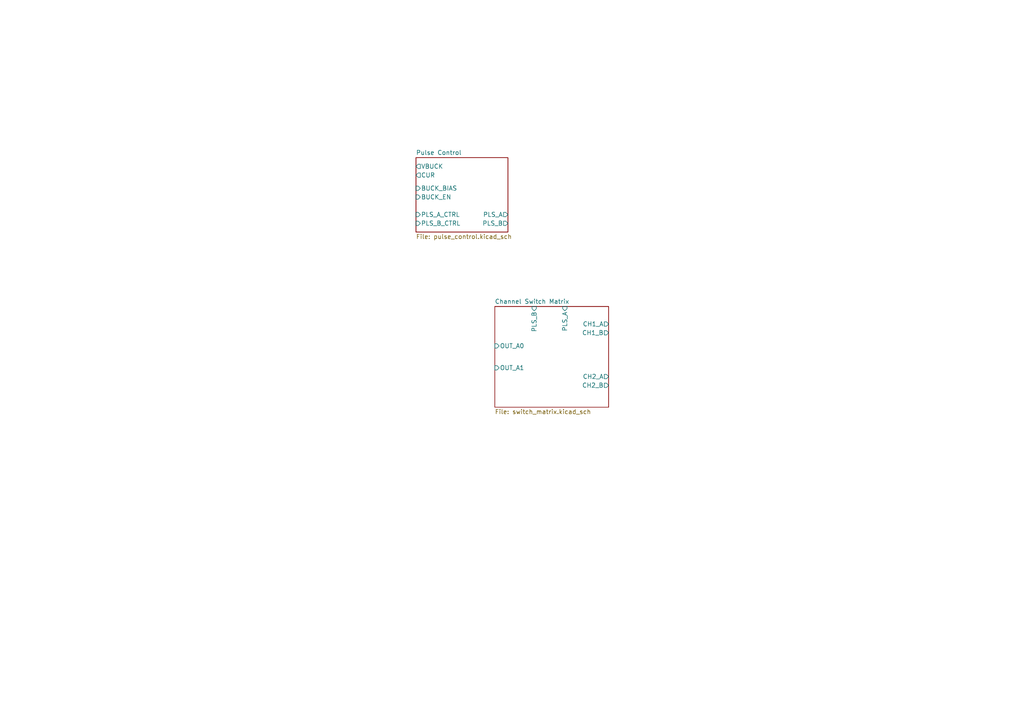
<source format=kicad_sch>
(kicad_sch (version 20230121) (generator eeschema)
  (paper "A4")
  (title_block (title "Modular Overview") (date "2023-12-05") (rev "0.1") (company "${Author}") (comment 1 "${Project}"))
  (lib_symbols)
  (sheet (at 120.65 45.72) (size 26.67 21.59) (stroke (width 0.1524))
    (property "Sheetname" "Pulse Control" (at 120.65 45.0084 0) (effects (justify left bottom)))
    (property "Sheetfile" "pulse_control.kicad_sch" (at 120.65 67.8946 0) (effects (justify left top)))
    (pin "CUR" output (at 120.65 50.8 180))
    (pin "BUCK_BIAS" input (at 120.65 54.61 180))
    (pin "VBUCK" output (at 120.65 48.26 180))
    (pin "BUCK_EN" input (at 120.65 57.15 180))
    (pin "PLS_B" output (at 147.32 64.77 0))
    (pin "PLS_A" output (at 147.32 62.23 0))
    (pin "PLS_B_CTRL" input (at 120.65 64.77 180))
    (pin "PLS_A_CTRL" input (at 120.65 62.23 180))
  )
  (sheet (at 143.51 88.9) (size 33.02 29.21) (stroke (width 0.1524))
    (property "Sheetname" "Channel Switch Matrix" (at 143.51 88.1884 0) (effects (justify left bottom)))
    (property "Sheetfile" "switch_matrix.kicad_sch" (at 143.51 118.6946 0) (effects (justify left top)))
    (pin "CH1_B" output (at 176.53 96.52 0))
    (pin "PLS_A" input (at 163.83 88.9 90))
    (pin "PLS_B" input (at 154.94 88.9 90))
    (pin "CH1_A" output (at 176.53 93.98 0))
    (pin "CH2_B" output (at 176.53 111.76 0))
    (pin "CH2_A" output (at 176.53 109.22 0))
    (pin "OUT_A0" input (at 143.51 100.33 180))
    (pin "OUT_A1" input (at 143.51 106.68 180))
  )
)
</source>
